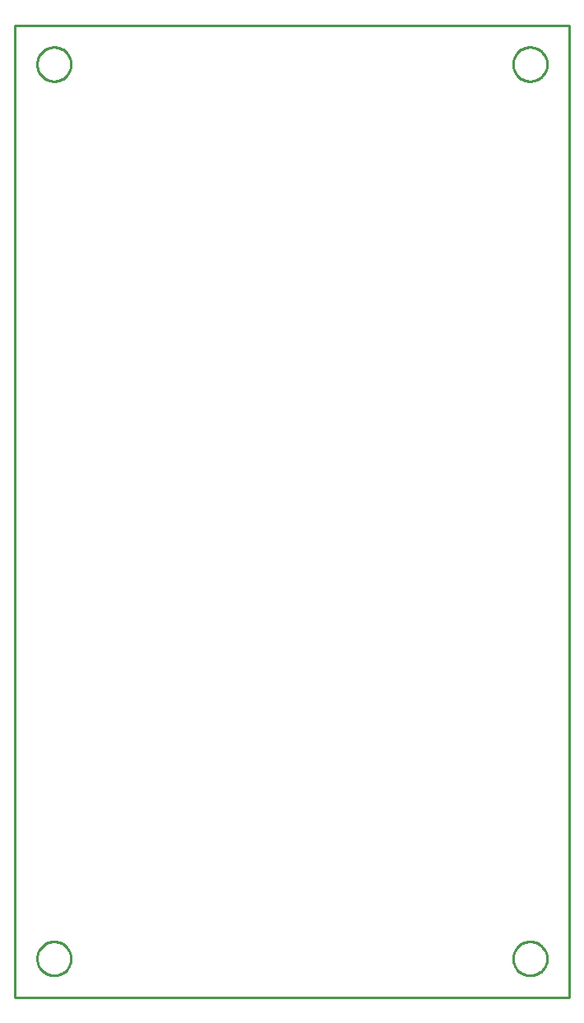
<source format=gbr>
G04 EAGLE Gerber RS-274X export*
G75*
%MOMM*%
%FSLAX34Y34*%
%LPD*%
%IN*%
%IPPOS*%
%AMOC8*
5,1,8,0,0,1.08239X$1,22.5*%
G01*
%ADD10C,0.254000*%


D10*
X0Y0D02*
X570000Y0D01*
X570000Y1000000D01*
X0Y1000000D01*
X0Y0D01*
X57500Y39427D02*
X57425Y38284D01*
X57276Y37148D01*
X57052Y36024D01*
X56755Y34917D01*
X56387Y33832D01*
X55949Y32774D01*
X55442Y31746D01*
X54869Y30754D01*
X54232Y29801D01*
X53535Y28892D01*
X52779Y28031D01*
X51969Y27221D01*
X51108Y26465D01*
X50199Y25768D01*
X49246Y25131D01*
X48254Y24558D01*
X47226Y24051D01*
X46168Y23613D01*
X45083Y23245D01*
X43976Y22948D01*
X42852Y22725D01*
X41716Y22575D01*
X40573Y22500D01*
X39427Y22500D01*
X38284Y22575D01*
X37148Y22725D01*
X36024Y22948D01*
X34917Y23245D01*
X33832Y23613D01*
X32774Y24051D01*
X31746Y24558D01*
X30754Y25131D01*
X29801Y25768D01*
X28892Y26465D01*
X28031Y27221D01*
X27221Y28031D01*
X26465Y28892D01*
X25768Y29801D01*
X25131Y30754D01*
X24558Y31746D01*
X24051Y32774D01*
X23613Y33832D01*
X23245Y34917D01*
X22948Y36024D01*
X22725Y37148D01*
X22575Y38284D01*
X22500Y39427D01*
X22500Y40573D01*
X22575Y41716D01*
X22725Y42852D01*
X22948Y43976D01*
X23245Y45083D01*
X23613Y46168D01*
X24051Y47226D01*
X24558Y48254D01*
X25131Y49246D01*
X25768Y50199D01*
X26465Y51108D01*
X27221Y51969D01*
X28031Y52779D01*
X28892Y53535D01*
X29801Y54232D01*
X30754Y54869D01*
X31746Y55442D01*
X32774Y55949D01*
X33832Y56387D01*
X34917Y56755D01*
X36024Y57052D01*
X37148Y57276D01*
X38284Y57425D01*
X39427Y57500D01*
X40573Y57500D01*
X41716Y57425D01*
X42852Y57276D01*
X43976Y57052D01*
X45083Y56755D01*
X46168Y56387D01*
X47226Y55949D01*
X48254Y55442D01*
X49246Y54869D01*
X50199Y54232D01*
X51108Y53535D01*
X51969Y52779D01*
X52779Y51969D01*
X53535Y51108D01*
X54232Y50199D01*
X54869Y49246D01*
X55442Y48254D01*
X55949Y47226D01*
X56387Y46168D01*
X56755Y45083D01*
X57052Y43976D01*
X57276Y42852D01*
X57425Y41716D01*
X57500Y40573D01*
X57500Y39427D01*
X547500Y39427D02*
X547425Y38284D01*
X547276Y37148D01*
X547052Y36024D01*
X546755Y34917D01*
X546387Y33832D01*
X545949Y32774D01*
X545442Y31746D01*
X544869Y30754D01*
X544232Y29801D01*
X543535Y28892D01*
X542779Y28031D01*
X541969Y27221D01*
X541108Y26465D01*
X540199Y25768D01*
X539246Y25131D01*
X538254Y24558D01*
X537226Y24051D01*
X536168Y23613D01*
X535083Y23245D01*
X533976Y22948D01*
X532852Y22725D01*
X531716Y22575D01*
X530573Y22500D01*
X529427Y22500D01*
X528284Y22575D01*
X527148Y22725D01*
X526024Y22948D01*
X524917Y23245D01*
X523832Y23613D01*
X522774Y24051D01*
X521746Y24558D01*
X520754Y25131D01*
X519801Y25768D01*
X518892Y26465D01*
X518031Y27221D01*
X517221Y28031D01*
X516465Y28892D01*
X515768Y29801D01*
X515131Y30754D01*
X514558Y31746D01*
X514051Y32774D01*
X513613Y33832D01*
X513245Y34917D01*
X512948Y36024D01*
X512725Y37148D01*
X512575Y38284D01*
X512500Y39427D01*
X512500Y40573D01*
X512575Y41716D01*
X512725Y42852D01*
X512948Y43976D01*
X513245Y45083D01*
X513613Y46168D01*
X514051Y47226D01*
X514558Y48254D01*
X515131Y49246D01*
X515768Y50199D01*
X516465Y51108D01*
X517221Y51969D01*
X518031Y52779D01*
X518892Y53535D01*
X519801Y54232D01*
X520754Y54869D01*
X521746Y55442D01*
X522774Y55949D01*
X523832Y56387D01*
X524917Y56755D01*
X526024Y57052D01*
X527148Y57276D01*
X528284Y57425D01*
X529427Y57500D01*
X530573Y57500D01*
X531716Y57425D01*
X532852Y57276D01*
X533976Y57052D01*
X535083Y56755D01*
X536168Y56387D01*
X537226Y55949D01*
X538254Y55442D01*
X539246Y54869D01*
X540199Y54232D01*
X541108Y53535D01*
X541969Y52779D01*
X542779Y51969D01*
X543535Y51108D01*
X544232Y50199D01*
X544869Y49246D01*
X545442Y48254D01*
X545949Y47226D01*
X546387Y46168D01*
X546755Y45083D01*
X547052Y43976D01*
X547276Y42852D01*
X547425Y41716D01*
X547500Y40573D01*
X547500Y39427D01*
X547500Y959427D02*
X547425Y958284D01*
X547276Y957148D01*
X547052Y956024D01*
X546755Y954917D01*
X546387Y953832D01*
X545949Y952774D01*
X545442Y951746D01*
X544869Y950754D01*
X544232Y949801D01*
X543535Y948892D01*
X542779Y948031D01*
X541969Y947221D01*
X541108Y946465D01*
X540199Y945768D01*
X539246Y945131D01*
X538254Y944558D01*
X537226Y944051D01*
X536168Y943613D01*
X535083Y943245D01*
X533976Y942948D01*
X532852Y942725D01*
X531716Y942575D01*
X530573Y942500D01*
X529427Y942500D01*
X528284Y942575D01*
X527148Y942725D01*
X526024Y942948D01*
X524917Y943245D01*
X523832Y943613D01*
X522774Y944051D01*
X521746Y944558D01*
X520754Y945131D01*
X519801Y945768D01*
X518892Y946465D01*
X518031Y947221D01*
X517221Y948031D01*
X516465Y948892D01*
X515768Y949801D01*
X515131Y950754D01*
X514558Y951746D01*
X514051Y952774D01*
X513613Y953832D01*
X513245Y954917D01*
X512948Y956024D01*
X512725Y957148D01*
X512575Y958284D01*
X512500Y959427D01*
X512500Y960573D01*
X512575Y961716D01*
X512725Y962852D01*
X512948Y963976D01*
X513245Y965083D01*
X513613Y966168D01*
X514051Y967226D01*
X514558Y968254D01*
X515131Y969246D01*
X515768Y970199D01*
X516465Y971108D01*
X517221Y971969D01*
X518031Y972779D01*
X518892Y973535D01*
X519801Y974232D01*
X520754Y974869D01*
X521746Y975442D01*
X522774Y975949D01*
X523832Y976387D01*
X524917Y976755D01*
X526024Y977052D01*
X527148Y977276D01*
X528284Y977425D01*
X529427Y977500D01*
X530573Y977500D01*
X531716Y977425D01*
X532852Y977276D01*
X533976Y977052D01*
X535083Y976755D01*
X536168Y976387D01*
X537226Y975949D01*
X538254Y975442D01*
X539246Y974869D01*
X540199Y974232D01*
X541108Y973535D01*
X541969Y972779D01*
X542779Y971969D01*
X543535Y971108D01*
X544232Y970199D01*
X544869Y969246D01*
X545442Y968254D01*
X545949Y967226D01*
X546387Y966168D01*
X546755Y965083D01*
X547052Y963976D01*
X547276Y962852D01*
X547425Y961716D01*
X547500Y960573D01*
X547500Y959427D01*
X57500Y959427D02*
X57425Y958284D01*
X57276Y957148D01*
X57052Y956024D01*
X56755Y954917D01*
X56387Y953832D01*
X55949Y952774D01*
X55442Y951746D01*
X54869Y950754D01*
X54232Y949801D01*
X53535Y948892D01*
X52779Y948031D01*
X51969Y947221D01*
X51108Y946465D01*
X50199Y945768D01*
X49246Y945131D01*
X48254Y944558D01*
X47226Y944051D01*
X46168Y943613D01*
X45083Y943245D01*
X43976Y942948D01*
X42852Y942725D01*
X41716Y942575D01*
X40573Y942500D01*
X39427Y942500D01*
X38284Y942575D01*
X37148Y942725D01*
X36024Y942948D01*
X34917Y943245D01*
X33832Y943613D01*
X32774Y944051D01*
X31746Y944558D01*
X30754Y945131D01*
X29801Y945768D01*
X28892Y946465D01*
X28031Y947221D01*
X27221Y948031D01*
X26465Y948892D01*
X25768Y949801D01*
X25131Y950754D01*
X24558Y951746D01*
X24051Y952774D01*
X23613Y953832D01*
X23245Y954917D01*
X22948Y956024D01*
X22725Y957148D01*
X22575Y958284D01*
X22500Y959427D01*
X22500Y960573D01*
X22575Y961716D01*
X22725Y962852D01*
X22948Y963976D01*
X23245Y965083D01*
X23613Y966168D01*
X24051Y967226D01*
X24558Y968254D01*
X25131Y969246D01*
X25768Y970199D01*
X26465Y971108D01*
X27221Y971969D01*
X28031Y972779D01*
X28892Y973535D01*
X29801Y974232D01*
X30754Y974869D01*
X31746Y975442D01*
X32774Y975949D01*
X33832Y976387D01*
X34917Y976755D01*
X36024Y977052D01*
X37148Y977276D01*
X38284Y977425D01*
X39427Y977500D01*
X40573Y977500D01*
X41716Y977425D01*
X42852Y977276D01*
X43976Y977052D01*
X45083Y976755D01*
X46168Y976387D01*
X47226Y975949D01*
X48254Y975442D01*
X49246Y974869D01*
X50199Y974232D01*
X51108Y973535D01*
X51969Y972779D01*
X52779Y971969D01*
X53535Y971108D01*
X54232Y970199D01*
X54869Y969246D01*
X55442Y968254D01*
X55949Y967226D01*
X56387Y966168D01*
X56755Y965083D01*
X57052Y963976D01*
X57276Y962852D01*
X57425Y961716D01*
X57500Y960573D01*
X57500Y959427D01*
M02*

</source>
